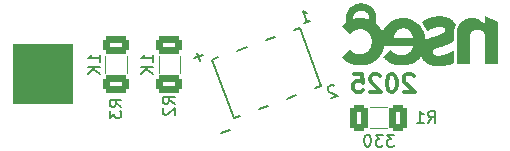
<source format=gbr>
%TF.GenerationSoftware,KiCad,Pcbnew,8.0.8*%
%TF.CreationDate,2025-05-05T01:26:33-03:00*%
%TF.ProjectId,Sao_Bandaid,53616f5f-4261-46e6-9461-69642e6b6963,rev?*%
%TF.SameCoordinates,Original*%
%TF.FileFunction,Legend,Bot*%
%TF.FilePolarity,Positive*%
%FSLAX46Y46*%
G04 Gerber Fmt 4.6, Leading zero omitted, Abs format (unit mm)*
G04 Created by KiCad (PCBNEW 8.0.8) date 2025-05-05 01:26:33*
%MOMM*%
%LPD*%
G01*
G04 APERTURE LIST*
G04 Aperture macros list*
%AMRoundRect*
0 Rectangle with rounded corners*
0 $1 Rounding radius*
0 $2 $3 $4 $5 $6 $7 $8 $9 X,Y pos of 4 corners*
0 Add a 4 corners polygon primitive as box body*
4,1,4,$2,$3,$4,$5,$6,$7,$8,$9,$2,$3,0*
0 Add four circle primitives for the rounded corners*
1,1,$1+$1,$2,$3*
1,1,$1+$1,$4,$5*
1,1,$1+$1,$6,$7*
1,1,$1+$1,$8,$9*
0 Add four rect primitives between the rounded corners*
20,1,$1+$1,$2,$3,$4,$5,0*
20,1,$1+$1,$4,$5,$6,$7,0*
20,1,$1+$1,$6,$7,$8,$9,0*
20,1,$1+$1,$8,$9,$2,$3,0*%
%AMRotRect*
0 Rectangle, with rotation*
0 The origin of the aperture is its center*
0 $1 length*
0 $2 width*
0 $3 Rotation angle, in degrees counterclockwise*
0 Add horizontal line*
21,1,$1,$2,0,0,$3*%
G04 Aperture macros list end*
%ADD10C,0.100000*%
%ADD11C,0.300000*%
%ADD12C,0.150000*%
%ADD13C,0.000000*%
%ADD14C,0.152400*%
%ADD15C,0.120000*%
%ADD16RotRect,1.041400X3.200400X200.000000*%
%ADD17RoundRect,0.288462X-0.461538X-0.811538X0.461538X-0.811538X0.461538X0.811538X-0.461538X0.811538X0*%
%ADD18RoundRect,0.288462X0.811538X-0.461538X0.811538X0.461538X-0.811538X0.461538X-0.811538X-0.461538X0*%
G04 APERTURE END LIST*
D10*
X127500000Y-93500000D02*
X132500000Y-93500000D01*
X132500000Y-98500000D01*
X127500000Y-98500000D01*
X127500000Y-93500000D01*
G36*
X127500000Y-93500000D02*
G01*
X132500000Y-93500000D01*
X132500000Y-98500000D01*
X127500000Y-98500000D01*
X127500000Y-93500000D01*
G37*
D11*
X161452026Y-96228274D02*
X161380598Y-96156846D01*
X161380598Y-96156846D02*
X161237741Y-96085417D01*
X161237741Y-96085417D02*
X160880598Y-96085417D01*
X160880598Y-96085417D02*
X160737741Y-96156846D01*
X160737741Y-96156846D02*
X160666312Y-96228274D01*
X160666312Y-96228274D02*
X160594883Y-96371131D01*
X160594883Y-96371131D02*
X160594883Y-96513989D01*
X160594883Y-96513989D02*
X160666312Y-96728274D01*
X160666312Y-96728274D02*
X161523455Y-97585417D01*
X161523455Y-97585417D02*
X160594883Y-97585417D01*
X159666312Y-96085417D02*
X159523455Y-96085417D01*
X159523455Y-96085417D02*
X159380598Y-96156846D01*
X159380598Y-96156846D02*
X159309170Y-96228274D01*
X159309170Y-96228274D02*
X159237741Y-96371131D01*
X159237741Y-96371131D02*
X159166312Y-96656846D01*
X159166312Y-96656846D02*
X159166312Y-97013989D01*
X159166312Y-97013989D02*
X159237741Y-97299703D01*
X159237741Y-97299703D02*
X159309170Y-97442560D01*
X159309170Y-97442560D02*
X159380598Y-97513989D01*
X159380598Y-97513989D02*
X159523455Y-97585417D01*
X159523455Y-97585417D02*
X159666312Y-97585417D01*
X159666312Y-97585417D02*
X159809170Y-97513989D01*
X159809170Y-97513989D02*
X159880598Y-97442560D01*
X159880598Y-97442560D02*
X159952027Y-97299703D01*
X159952027Y-97299703D02*
X160023455Y-97013989D01*
X160023455Y-97013989D02*
X160023455Y-96656846D01*
X160023455Y-96656846D02*
X159952027Y-96371131D01*
X159952027Y-96371131D02*
X159880598Y-96228274D01*
X159880598Y-96228274D02*
X159809170Y-96156846D01*
X159809170Y-96156846D02*
X159666312Y-96085417D01*
X158594884Y-96228274D02*
X158523456Y-96156846D01*
X158523456Y-96156846D02*
X158380599Y-96085417D01*
X158380599Y-96085417D02*
X158023456Y-96085417D01*
X158023456Y-96085417D02*
X157880599Y-96156846D01*
X157880599Y-96156846D02*
X157809170Y-96228274D01*
X157809170Y-96228274D02*
X157737741Y-96371131D01*
X157737741Y-96371131D02*
X157737741Y-96513989D01*
X157737741Y-96513989D02*
X157809170Y-96728274D01*
X157809170Y-96728274D02*
X158666313Y-97585417D01*
X158666313Y-97585417D02*
X157737741Y-97585417D01*
X156380599Y-96085417D02*
X157094885Y-96085417D01*
X157094885Y-96085417D02*
X157166313Y-96799703D01*
X157166313Y-96799703D02*
X157094885Y-96728274D01*
X157094885Y-96728274D02*
X156952028Y-96656846D01*
X156952028Y-96656846D02*
X156594885Y-96656846D01*
X156594885Y-96656846D02*
X156452028Y-96728274D01*
X156452028Y-96728274D02*
X156380599Y-96799703D01*
X156380599Y-96799703D02*
X156309170Y-96942560D01*
X156309170Y-96942560D02*
X156309170Y-97299703D01*
X156309170Y-97299703D02*
X156380599Y-97442560D01*
X156380599Y-97442560D02*
X156452028Y-97513989D01*
X156452028Y-97513989D02*
X156594885Y-97585417D01*
X156594885Y-97585417D02*
X156952028Y-97585417D01*
X156952028Y-97585417D02*
X157094885Y-97513989D01*
X157094885Y-97513989D02*
X157166313Y-97442560D01*
D12*
X154675773Y-97064536D02*
X154614740Y-97036075D01*
X154614740Y-97036075D02*
X154508958Y-97023901D01*
X154508958Y-97023901D02*
X154285222Y-97105335D01*
X154285222Y-97105335D02*
X154212014Y-97182655D01*
X154212014Y-97182655D02*
X154183554Y-97243689D01*
X154183554Y-97243689D02*
X154171380Y-97349471D01*
X154171380Y-97349471D02*
X154203953Y-97438965D01*
X154203953Y-97438965D02*
X154297560Y-97556920D01*
X154297560Y-97556920D02*
X155029968Y-97898447D01*
X155029968Y-97898447D02*
X154448253Y-98110174D01*
X145883100Y-100822234D02*
X145167143Y-101082820D01*
X152139617Y-91767249D02*
X152676584Y-91571809D01*
X152408101Y-91669529D02*
X152066081Y-90729836D01*
X152066081Y-90729836D02*
X152204435Y-90831505D01*
X152204435Y-90831505D02*
X152326503Y-90888426D01*
X152326503Y-90888426D02*
X152432284Y-90900600D01*
X143574464Y-94479309D02*
X142858507Y-94739895D01*
X143346779Y-94967580D02*
X143086192Y-94251624D01*
X162666666Y-100204819D02*
X162999999Y-99728628D01*
X163238094Y-100204819D02*
X163238094Y-99204819D01*
X163238094Y-99204819D02*
X162857142Y-99204819D01*
X162857142Y-99204819D02*
X162761904Y-99252438D01*
X162761904Y-99252438D02*
X162714285Y-99300057D01*
X162714285Y-99300057D02*
X162666666Y-99395295D01*
X162666666Y-99395295D02*
X162666666Y-99538152D01*
X162666666Y-99538152D02*
X162714285Y-99633390D01*
X162714285Y-99633390D02*
X162761904Y-99681009D01*
X162761904Y-99681009D02*
X162857142Y-99728628D01*
X162857142Y-99728628D02*
X163238094Y-99728628D01*
X161714285Y-100204819D02*
X162285713Y-100204819D01*
X161999999Y-100204819D02*
X161999999Y-99204819D01*
X161999999Y-99204819D02*
X162095237Y-99347676D01*
X162095237Y-99347676D02*
X162190475Y-99442914D01*
X162190475Y-99442914D02*
X162285713Y-99490533D01*
X159785713Y-101204819D02*
X159166666Y-101204819D01*
X159166666Y-101204819D02*
X159499999Y-101585771D01*
X159499999Y-101585771D02*
X159357142Y-101585771D01*
X159357142Y-101585771D02*
X159261904Y-101633390D01*
X159261904Y-101633390D02*
X159214285Y-101681009D01*
X159214285Y-101681009D02*
X159166666Y-101776247D01*
X159166666Y-101776247D02*
X159166666Y-102014342D01*
X159166666Y-102014342D02*
X159214285Y-102109580D01*
X159214285Y-102109580D02*
X159261904Y-102157200D01*
X159261904Y-102157200D02*
X159357142Y-102204819D01*
X159357142Y-102204819D02*
X159642856Y-102204819D01*
X159642856Y-102204819D02*
X159738094Y-102157200D01*
X159738094Y-102157200D02*
X159785713Y-102109580D01*
X158833332Y-101204819D02*
X158214285Y-101204819D01*
X158214285Y-101204819D02*
X158547618Y-101585771D01*
X158547618Y-101585771D02*
X158404761Y-101585771D01*
X158404761Y-101585771D02*
X158309523Y-101633390D01*
X158309523Y-101633390D02*
X158261904Y-101681009D01*
X158261904Y-101681009D02*
X158214285Y-101776247D01*
X158214285Y-101776247D02*
X158214285Y-102014342D01*
X158214285Y-102014342D02*
X158261904Y-102109580D01*
X158261904Y-102109580D02*
X158309523Y-102157200D01*
X158309523Y-102157200D02*
X158404761Y-102204819D01*
X158404761Y-102204819D02*
X158690475Y-102204819D01*
X158690475Y-102204819D02*
X158785713Y-102157200D01*
X158785713Y-102157200D02*
X158833332Y-102109580D01*
X157595237Y-101204819D02*
X157499999Y-101204819D01*
X157499999Y-101204819D02*
X157404761Y-101252438D01*
X157404761Y-101252438D02*
X157357142Y-101300057D01*
X157357142Y-101300057D02*
X157309523Y-101395295D01*
X157309523Y-101395295D02*
X157261904Y-101585771D01*
X157261904Y-101585771D02*
X157261904Y-101823866D01*
X157261904Y-101823866D02*
X157309523Y-102014342D01*
X157309523Y-102014342D02*
X157357142Y-102109580D01*
X157357142Y-102109580D02*
X157404761Y-102157200D01*
X157404761Y-102157200D02*
X157499999Y-102204819D01*
X157499999Y-102204819D02*
X157595237Y-102204819D01*
X157595237Y-102204819D02*
X157690475Y-102157200D01*
X157690475Y-102157200D02*
X157738094Y-102109580D01*
X157738094Y-102109580D02*
X157785713Y-102014342D01*
X157785713Y-102014342D02*
X157833332Y-101823866D01*
X157833332Y-101823866D02*
X157833332Y-101585771D01*
X157833332Y-101585771D02*
X157785713Y-101395295D01*
X157785713Y-101395295D02*
X157738094Y-101300057D01*
X157738094Y-101300057D02*
X157690475Y-101252438D01*
X157690475Y-101252438D02*
X157595237Y-101204819D01*
X141204819Y-98583333D02*
X140728628Y-98250000D01*
X141204819Y-98011905D02*
X140204819Y-98011905D01*
X140204819Y-98011905D02*
X140204819Y-98392857D01*
X140204819Y-98392857D02*
X140252438Y-98488095D01*
X140252438Y-98488095D02*
X140300057Y-98535714D01*
X140300057Y-98535714D02*
X140395295Y-98583333D01*
X140395295Y-98583333D02*
X140538152Y-98583333D01*
X140538152Y-98583333D02*
X140633390Y-98535714D01*
X140633390Y-98535714D02*
X140681009Y-98488095D01*
X140681009Y-98488095D02*
X140728628Y-98392857D01*
X140728628Y-98392857D02*
X140728628Y-98011905D01*
X140300057Y-98964286D02*
X140252438Y-99011905D01*
X140252438Y-99011905D02*
X140204819Y-99107143D01*
X140204819Y-99107143D02*
X140204819Y-99345238D01*
X140204819Y-99345238D02*
X140252438Y-99440476D01*
X140252438Y-99440476D02*
X140300057Y-99488095D01*
X140300057Y-99488095D02*
X140395295Y-99535714D01*
X140395295Y-99535714D02*
X140490533Y-99535714D01*
X140490533Y-99535714D02*
X140633390Y-99488095D01*
X140633390Y-99488095D02*
X141204819Y-98916667D01*
X141204819Y-98916667D02*
X141204819Y-99535714D01*
X139384819Y-95035714D02*
X139384819Y-94464286D01*
X139384819Y-94750000D02*
X138384819Y-94750000D01*
X138384819Y-94750000D02*
X138527676Y-94654762D01*
X138527676Y-94654762D02*
X138622914Y-94559524D01*
X138622914Y-94559524D02*
X138670533Y-94464286D01*
X139384819Y-95464286D02*
X138384819Y-95464286D01*
X139384819Y-96035714D02*
X138813390Y-95607143D01*
X138384819Y-96035714D02*
X138956247Y-95464286D01*
X136704819Y-98833333D02*
X136228628Y-98500000D01*
X136704819Y-98261905D02*
X135704819Y-98261905D01*
X135704819Y-98261905D02*
X135704819Y-98642857D01*
X135704819Y-98642857D02*
X135752438Y-98738095D01*
X135752438Y-98738095D02*
X135800057Y-98785714D01*
X135800057Y-98785714D02*
X135895295Y-98833333D01*
X135895295Y-98833333D02*
X136038152Y-98833333D01*
X136038152Y-98833333D02*
X136133390Y-98785714D01*
X136133390Y-98785714D02*
X136181009Y-98738095D01*
X136181009Y-98738095D02*
X136228628Y-98642857D01*
X136228628Y-98642857D02*
X136228628Y-98261905D01*
X135704819Y-99166667D02*
X135704819Y-99785714D01*
X135704819Y-99785714D02*
X136085771Y-99452381D01*
X136085771Y-99452381D02*
X136085771Y-99595238D01*
X136085771Y-99595238D02*
X136133390Y-99690476D01*
X136133390Y-99690476D02*
X136181009Y-99738095D01*
X136181009Y-99738095D02*
X136276247Y-99785714D01*
X136276247Y-99785714D02*
X136514342Y-99785714D01*
X136514342Y-99785714D02*
X136609580Y-99738095D01*
X136609580Y-99738095D02*
X136657200Y-99690476D01*
X136657200Y-99690476D02*
X136704819Y-99595238D01*
X136704819Y-99595238D02*
X136704819Y-99309524D01*
X136704819Y-99309524D02*
X136657200Y-99214286D01*
X136657200Y-99214286D02*
X136609580Y-99166667D01*
X134884819Y-95035714D02*
X134884819Y-94464286D01*
X134884819Y-94750000D02*
X133884819Y-94750000D01*
X133884819Y-94750000D02*
X134027676Y-94654762D01*
X134027676Y-94654762D02*
X134122914Y-94559524D01*
X134122914Y-94559524D02*
X134170533Y-94464286D01*
X134884819Y-95464286D02*
X133884819Y-95464286D01*
X134884819Y-96035714D02*
X134313390Y-95607143D01*
X133884819Y-96035714D02*
X134456247Y-95464286D01*
D13*
%TO.C,REF\u002A\u002A*%
G36*
X167519415Y-91141623D02*
G01*
X167519754Y-91141657D01*
X167520108Y-91141714D01*
X167520475Y-91141794D01*
X167520857Y-91141898D01*
X167521253Y-91142025D01*
X167521663Y-91142175D01*
X167522086Y-91142349D01*
X167522524Y-91142546D01*
X167522976Y-91142766D01*
X168609884Y-91686220D01*
X168610296Y-91686450D01*
X168610689Y-91686706D01*
X168611062Y-91686988D01*
X168611412Y-91687294D01*
X168611741Y-91687622D01*
X168612045Y-91687971D01*
X168612325Y-91688340D01*
X168612580Y-91688727D01*
X168612809Y-91689131D01*
X168613010Y-91689550D01*
X168613183Y-91689983D01*
X168613326Y-91690428D01*
X168613440Y-91690885D01*
X168613522Y-91691351D01*
X168613572Y-91691825D01*
X168613589Y-91692306D01*
X168613589Y-95254788D01*
X168613585Y-95254958D01*
X168613572Y-95255126D01*
X168613551Y-95255291D01*
X168613523Y-95255454D01*
X168613486Y-95255614D01*
X168613442Y-95255771D01*
X168613391Y-95255925D01*
X168613333Y-95256075D01*
X168613267Y-95256221D01*
X168613195Y-95256364D01*
X168613116Y-95256502D01*
X168613031Y-95256636D01*
X168612940Y-95256766D01*
X168612842Y-95256891D01*
X168612739Y-95257011D01*
X168612630Y-95257126D01*
X168612516Y-95257236D01*
X168612396Y-95257340D01*
X168612272Y-95257438D01*
X168612142Y-95257530D01*
X168612008Y-95257616D01*
X168611870Y-95257696D01*
X168611727Y-95257769D01*
X168611580Y-95257835D01*
X168611430Y-95257894D01*
X168611275Y-95257946D01*
X168611117Y-95257991D01*
X168610956Y-95258028D01*
X168610792Y-95258057D01*
X168610625Y-95258078D01*
X168610455Y-95258091D01*
X168610282Y-95258095D01*
X167522845Y-95258095D01*
X167522417Y-95258088D01*
X167522003Y-95258068D01*
X167521602Y-95258035D01*
X167521214Y-95257988D01*
X167520839Y-95257927D01*
X167520478Y-95257854D01*
X167520130Y-95257766D01*
X167519795Y-95257666D01*
X167519474Y-95257552D01*
X167519166Y-95257424D01*
X167518872Y-95257283D01*
X167518591Y-95257129D01*
X167518324Y-95256961D01*
X167518070Y-95256780D01*
X167517829Y-95256585D01*
X167517602Y-95256377D01*
X167517389Y-95256155D01*
X167517189Y-95255920D01*
X167517003Y-95255672D01*
X167516831Y-95255410D01*
X167516672Y-95255134D01*
X167516527Y-95254845D01*
X167516395Y-95254543D01*
X167516278Y-95254227D01*
X167516174Y-95253898D01*
X167516084Y-95253555D01*
X167516007Y-95253199D01*
X167515945Y-95252829D01*
X167515896Y-95252446D01*
X167515861Y-95252049D01*
X167515840Y-95251639D01*
X167515833Y-95251216D01*
X167516494Y-93097904D01*
X167514881Y-93030523D01*
X167509689Y-92963879D01*
X167500764Y-92898366D01*
X167487951Y-92834382D01*
X167480038Y-92803086D01*
X167471094Y-92772320D01*
X167461100Y-92742134D01*
X167450038Y-92712577D01*
X167437887Y-92683698D01*
X167424628Y-92655548D01*
X167410241Y-92628175D01*
X167394708Y-92601629D01*
X167378009Y-92575959D01*
X167360125Y-92551215D01*
X167341035Y-92527446D01*
X167320722Y-92504702D01*
X167299164Y-92483032D01*
X167276344Y-92462485D01*
X167252241Y-92443111D01*
X167226836Y-92424960D01*
X167200110Y-92408080D01*
X167172043Y-92392522D01*
X167142616Y-92378334D01*
X167111810Y-92365567D01*
X167079605Y-92354269D01*
X167045982Y-92344490D01*
X167010921Y-92336280D01*
X166974403Y-92329687D01*
X166942466Y-92325274D01*
X166910890Y-92321956D01*
X166879675Y-92319733D01*
X166848820Y-92318606D01*
X166818326Y-92318575D01*
X166788191Y-92319639D01*
X166758417Y-92321800D01*
X166729002Y-92325057D01*
X166681102Y-92332708D01*
X166635365Y-92342925D01*
X166591792Y-92355710D01*
X166550381Y-92371062D01*
X166530487Y-92379701D01*
X166511134Y-92388981D01*
X166492322Y-92398904D01*
X166474050Y-92409468D01*
X166456320Y-92420674D01*
X166439130Y-92432521D01*
X166422481Y-92445011D01*
X166406372Y-92458142D01*
X166390805Y-92471915D01*
X166375778Y-92486330D01*
X166361293Y-92501387D01*
X166347348Y-92517085D01*
X166333944Y-92533426D01*
X166321080Y-92550408D01*
X166308758Y-92568032D01*
X166296976Y-92586298D01*
X166275035Y-92624756D01*
X166255258Y-92665781D01*
X166237643Y-92709373D01*
X166222192Y-92755533D01*
X166210870Y-92795023D01*
X166201054Y-92833988D01*
X166192743Y-92872429D01*
X166185938Y-92910345D01*
X166180638Y-92947736D01*
X166176844Y-92984603D01*
X166174556Y-93020945D01*
X166173773Y-93056762D01*
X166172849Y-95250819D01*
X166172841Y-95251267D01*
X166172820Y-95251701D01*
X166172784Y-95252120D01*
X166172734Y-95252526D01*
X166172670Y-95252917D01*
X166172592Y-95253293D01*
X166172499Y-95253656D01*
X166172393Y-95254004D01*
X166172271Y-95254338D01*
X166172136Y-95254658D01*
X166171987Y-95254964D01*
X166171823Y-95255255D01*
X166171645Y-95255532D01*
X166171453Y-95255795D01*
X166171247Y-95256043D01*
X166171026Y-95256278D01*
X166170791Y-95256498D01*
X166170542Y-95256704D01*
X166170279Y-95256896D01*
X166170002Y-95257073D01*
X166169711Y-95257236D01*
X166169405Y-95257385D01*
X166169085Y-95257520D01*
X166168752Y-95257641D01*
X166168404Y-95257747D01*
X166168041Y-95257840D01*
X166167665Y-95257918D01*
X166167275Y-95257982D01*
X166166870Y-95258031D01*
X166166451Y-95258067D01*
X166166019Y-95258088D01*
X166165572Y-95258095D01*
X165078664Y-95258095D01*
X165078451Y-95258092D01*
X165078245Y-95258081D01*
X165078046Y-95258064D01*
X165077853Y-95258039D01*
X165077666Y-95258008D01*
X165077486Y-95257969D01*
X165077313Y-95257924D01*
X165077146Y-95257872D01*
X165076985Y-95257812D01*
X165076831Y-95257746D01*
X165076684Y-95257673D01*
X165076543Y-95257593D01*
X165076409Y-95257505D01*
X165076281Y-95257411D01*
X165076159Y-95257310D01*
X165076045Y-95257202D01*
X165075936Y-95257087D01*
X165075834Y-95256965D01*
X165075739Y-95256836D01*
X165075650Y-95256700D01*
X165075568Y-95256557D01*
X165075492Y-95256407D01*
X165075423Y-95256250D01*
X165075360Y-95256086D01*
X165075304Y-95255915D01*
X165075254Y-95255737D01*
X165075210Y-95255552D01*
X165075174Y-95255360D01*
X165075143Y-95255161D01*
X165075120Y-95254955D01*
X165075092Y-95254523D01*
X165075489Y-92717963D01*
X165076581Y-92658283D01*
X165079728Y-92598305D01*
X165084930Y-92538030D01*
X165092187Y-92477457D01*
X165101500Y-92416586D01*
X165112867Y-92355418D01*
X165126289Y-92293952D01*
X165141767Y-92232188D01*
X165151128Y-92198625D01*
X165161094Y-92165803D01*
X165171665Y-92133721D01*
X165182840Y-92102378D01*
X165194619Y-92071776D01*
X165207002Y-92041913D01*
X165219988Y-92012790D01*
X165233578Y-91984406D01*
X165269838Y-91916106D01*
X165309066Y-91851502D01*
X165351263Y-91790594D01*
X165396428Y-91733382D01*
X165444561Y-91679866D01*
X165495662Y-91630046D01*
X165549732Y-91583922D01*
X165606770Y-91541493D01*
X165666777Y-91502761D01*
X165729752Y-91467724D01*
X165795695Y-91436383D01*
X165864606Y-91408738D01*
X165936487Y-91384790D01*
X166011335Y-91364536D01*
X166089152Y-91347979D01*
X166169937Y-91335118D01*
X166239108Y-91327309D01*
X166307821Y-91322469D01*
X166376010Y-91320643D01*
X166443612Y-91321879D01*
X166510560Y-91326224D01*
X166576792Y-91333725D01*
X166642241Y-91344430D01*
X166706843Y-91358385D01*
X166770534Y-91375637D01*
X166833248Y-91396235D01*
X166894922Y-91420223D01*
X166955490Y-91447651D01*
X167014887Y-91478564D01*
X167073049Y-91513010D01*
X167129911Y-91551037D01*
X167185409Y-91592690D01*
X167228580Y-91628136D01*
X167270808Y-91665219D01*
X167312091Y-91703939D01*
X167352424Y-91744296D01*
X167391805Y-91786291D01*
X167430228Y-91829922D01*
X167467691Y-91875191D01*
X167504191Y-91922096D01*
X167505583Y-91923848D01*
X167506883Y-91925335D01*
X167507498Y-91925979D01*
X167508090Y-91926556D01*
X167508660Y-91927067D01*
X167509206Y-91927511D01*
X167509729Y-91927889D01*
X167510230Y-91928201D01*
X167510708Y-91928446D01*
X167511163Y-91928625D01*
X167511595Y-91928737D01*
X167512005Y-91928783D01*
X167512392Y-91928763D01*
X167512757Y-91928676D01*
X167513099Y-91928523D01*
X167513419Y-91928303D01*
X167513716Y-91928017D01*
X167513991Y-91927665D01*
X167514244Y-91927246D01*
X167514475Y-91926761D01*
X167514683Y-91926210D01*
X167514869Y-91925592D01*
X167515033Y-91924908D01*
X167515175Y-91924157D01*
X167515296Y-91923340D01*
X167515394Y-91922457D01*
X167515524Y-91920491D01*
X167515568Y-91918260D01*
X167515568Y-91147264D01*
X167515575Y-91146763D01*
X167515597Y-91146286D01*
X167515634Y-91145832D01*
X167515685Y-91145401D01*
X167515751Y-91144993D01*
X167515832Y-91144608D01*
X167515927Y-91144247D01*
X167516037Y-91143908D01*
X167516162Y-91143593D01*
X167516300Y-91143301D01*
X167516454Y-91143033D01*
X167516622Y-91142788D01*
X167516804Y-91142565D01*
X167517000Y-91142367D01*
X167517211Y-91142191D01*
X167517437Y-91142038D01*
X167517677Y-91141909D01*
X167517931Y-91141803D01*
X167518199Y-91141721D01*
X167518482Y-91141662D01*
X167518778Y-91141625D01*
X167519089Y-91141613D01*
X167519415Y-91141623D01*
G37*
G36*
X157035109Y-90084589D02*
G01*
X157092160Y-90087167D01*
X157149895Y-90091841D01*
X157239207Y-90102992D01*
X157326026Y-90118667D01*
X157410212Y-90138919D01*
X157491623Y-90163797D01*
X157570121Y-90193354D01*
X157608233Y-90209903D01*
X157645565Y-90227640D01*
X157682098Y-90246572D01*
X157717815Y-90266705D01*
X157752698Y-90288047D01*
X157786731Y-90310602D01*
X157819895Y-90334378D01*
X157852172Y-90359380D01*
X157883547Y-90385616D01*
X157914000Y-90413091D01*
X157943514Y-90441813D01*
X157972073Y-90471787D01*
X157999657Y-90503019D01*
X158026251Y-90535516D01*
X158051836Y-90569285D01*
X158076395Y-90604332D01*
X158099910Y-90640663D01*
X158122364Y-90678284D01*
X158143739Y-90717202D01*
X158164018Y-90757424D01*
X158183183Y-90798955D01*
X158201217Y-90841802D01*
X158210656Y-90866657D01*
X158219198Y-90892007D01*
X158226843Y-90917854D01*
X158233592Y-90944196D01*
X158239444Y-90971035D01*
X158244400Y-90998370D01*
X158248458Y-91026201D01*
X158251620Y-91054528D01*
X158253751Y-91078971D01*
X158255519Y-91102889D01*
X158256925Y-91126282D01*
X158257967Y-91149151D01*
X158258646Y-91171494D01*
X158258961Y-91193312D01*
X158258912Y-91214604D01*
X158258499Y-91235370D01*
X158250099Y-91473677D01*
X158248603Y-91534389D01*
X158247858Y-91595032D01*
X158248118Y-91655343D01*
X158249636Y-91715060D01*
X158249939Y-91721898D01*
X158250320Y-91728719D01*
X158250781Y-91735525D01*
X158251321Y-91742313D01*
X158251939Y-91749085D01*
X158252636Y-91755841D01*
X158253412Y-91762579D01*
X158254266Y-91769299D01*
X158254397Y-91770133D01*
X158254561Y-91770949D01*
X158254759Y-91771746D01*
X158254990Y-91772524D01*
X158255254Y-91773284D01*
X158255552Y-91774025D01*
X158255883Y-91774747D01*
X158256247Y-91775451D01*
X158256645Y-91776136D01*
X158257075Y-91776803D01*
X158257539Y-91777451D01*
X158258035Y-91778080D01*
X158258565Y-91778691D01*
X158259128Y-91779283D01*
X158259723Y-91779857D01*
X158260352Y-91780412D01*
X158305401Y-91819415D01*
X158349040Y-91859429D01*
X158391269Y-91900455D01*
X158432087Y-91942493D01*
X158471494Y-91985543D01*
X158509491Y-92029605D01*
X158546077Y-92074678D01*
X158581253Y-92120764D01*
X158615018Y-92167861D01*
X158647373Y-92215970D01*
X158678316Y-92265091D01*
X158707850Y-92315224D01*
X158735972Y-92366369D01*
X158762684Y-92418526D01*
X158787985Y-92471694D01*
X158811876Y-92525875D01*
X158812180Y-92526564D01*
X158812483Y-92527207D01*
X158812784Y-92527805D01*
X158813084Y-92528359D01*
X158813382Y-92528867D01*
X158813679Y-92529331D01*
X158813975Y-92529750D01*
X158814269Y-92530124D01*
X158814561Y-92530453D01*
X158814852Y-92530737D01*
X158815142Y-92530976D01*
X158815430Y-92531170D01*
X158815716Y-92531320D01*
X158816001Y-92531424D01*
X158816285Y-92531483D01*
X158816567Y-92531498D01*
X158816847Y-92531467D01*
X158817126Y-92531392D01*
X158817404Y-92531271D01*
X158817680Y-92531106D01*
X158817954Y-92530895D01*
X158818227Y-92530640D01*
X158818498Y-92530340D01*
X158818768Y-92529994D01*
X158819036Y-92529604D01*
X158819303Y-92529168D01*
X158819568Y-92528688D01*
X158819832Y-92528163D01*
X158820094Y-92527592D01*
X158820355Y-92526977D01*
X158820614Y-92526316D01*
X158820871Y-92525611D01*
X158834081Y-92489284D01*
X158847957Y-92453195D01*
X158862496Y-92417368D01*
X158877691Y-92381828D01*
X158893537Y-92346599D01*
X158910029Y-92311705D01*
X158927161Y-92277171D01*
X158944928Y-92243019D01*
X158963324Y-92209276D01*
X158982344Y-92175964D01*
X159001983Y-92143109D01*
X159022236Y-92110734D01*
X159043095Y-92078864D01*
X159064558Y-92047522D01*
X159086617Y-92016734D01*
X159109267Y-91986523D01*
X159181595Y-91898402D01*
X159258092Y-91816940D01*
X159338547Y-91742041D01*
X159422749Y-91673615D01*
X159510485Y-91611569D01*
X159601544Y-91555809D01*
X159695714Y-91506244D01*
X159792785Y-91462780D01*
X159892544Y-91425325D01*
X159994779Y-91393786D01*
X160099279Y-91368071D01*
X160205833Y-91348087D01*
X160314228Y-91333741D01*
X160424253Y-91324941D01*
X160535697Y-91321595D01*
X160648348Y-91323609D01*
X160749759Y-91330481D01*
X160850069Y-91342661D01*
X160949084Y-91360073D01*
X161046612Y-91382640D01*
X161142459Y-91410283D01*
X161236433Y-91442927D01*
X161328340Y-91480494D01*
X161417988Y-91522906D01*
X161505183Y-91570087D01*
X161589732Y-91621960D01*
X161671443Y-91678447D01*
X161750122Y-91739472D01*
X161825577Y-91804956D01*
X161897614Y-91874824D01*
X161966041Y-91948998D01*
X162030663Y-92027400D01*
X162073799Y-92084827D01*
X162114702Y-92143401D01*
X162153372Y-92203124D01*
X162189810Y-92263995D01*
X162224016Y-92326014D01*
X162255989Y-92389182D01*
X162285730Y-92453498D01*
X162313239Y-92518962D01*
X162338515Y-92585574D01*
X162361558Y-92653334D01*
X162382369Y-92722243D01*
X162400948Y-92792301D01*
X162417294Y-92863506D01*
X162431408Y-92935861D01*
X162443290Y-93009363D01*
X162452939Y-93084014D01*
X162456101Y-93114201D01*
X162458721Y-93144835D01*
X162460798Y-93175915D01*
X162462331Y-93207442D01*
X162462364Y-93208071D01*
X162462413Y-93208668D01*
X162462477Y-93209234D01*
X162462557Y-93209767D01*
X162462652Y-93210269D01*
X162462764Y-93210740D01*
X162462891Y-93211178D01*
X162463034Y-93211584D01*
X162463192Y-93211959D01*
X162463367Y-93212302D01*
X162463557Y-93212613D01*
X162463763Y-93212893D01*
X162463985Y-93213141D01*
X162464222Y-93213356D01*
X162464475Y-93213541D01*
X162464744Y-93213693D01*
X162465029Y-93213813D01*
X162465330Y-93213902D01*
X162465646Y-93213959D01*
X162465978Y-93213984D01*
X162466326Y-93213978D01*
X162466690Y-93213939D01*
X162467069Y-93213869D01*
X162467464Y-93213767D01*
X162467875Y-93213634D01*
X162468302Y-93213468D01*
X162468745Y-93213271D01*
X162469203Y-93213042D01*
X162469678Y-93212781D01*
X162470168Y-93212488D01*
X162470674Y-93212164D01*
X162471195Y-93211808D01*
X162508024Y-93186379D01*
X162545560Y-93161817D01*
X162583766Y-93138097D01*
X162622605Y-93115194D01*
X162662040Y-93093081D01*
X162702034Y-93071733D01*
X162783552Y-93031230D01*
X162866862Y-92993480D01*
X162951668Y-92958279D01*
X163037674Y-92925422D01*
X163124583Y-92894705D01*
X163370644Y-92810501D01*
X163606654Y-92729075D01*
X163646839Y-92714777D01*
X163686101Y-92699990D01*
X163724442Y-92684714D01*
X163761862Y-92668950D01*
X163798360Y-92652699D01*
X163833937Y-92635959D01*
X163868592Y-92618732D01*
X163902326Y-92601017D01*
X163923481Y-92589140D01*
X163944128Y-92576555D01*
X163964107Y-92563226D01*
X163983260Y-92549117D01*
X164001428Y-92534193D01*
X164018454Y-92518417D01*
X164034178Y-92501755D01*
X164048442Y-92484170D01*
X164054977Y-92475021D01*
X164061088Y-92465628D01*
X164066754Y-92455986D01*
X164071956Y-92446091D01*
X164076675Y-92435939D01*
X164080890Y-92425525D01*
X164084581Y-92414845D01*
X164087729Y-92403894D01*
X164090313Y-92392668D01*
X164092315Y-92381163D01*
X164093714Y-92369373D01*
X164094490Y-92357295D01*
X164094624Y-92344923D01*
X164094096Y-92332255D01*
X164092886Y-92319284D01*
X164090974Y-92306007D01*
X164088442Y-92293074D01*
X164085298Y-92280542D01*
X164081564Y-92268406D01*
X164077258Y-92256664D01*
X164072400Y-92245312D01*
X164067010Y-92234347D01*
X164061109Y-92223765D01*
X164054716Y-92213562D01*
X164047850Y-92203735D01*
X164040532Y-92194281D01*
X164032781Y-92185196D01*
X164024617Y-92176477D01*
X164007132Y-92160123D01*
X163988233Y-92145190D01*
X163968080Y-92131650D01*
X163946832Y-92119477D01*
X163924646Y-92108641D01*
X163901683Y-92099117D01*
X163878101Y-92090875D01*
X163854057Y-92083889D01*
X163829712Y-92078130D01*
X163805224Y-92073570D01*
X163766483Y-92068284D01*
X163727305Y-92064819D01*
X163687762Y-92063084D01*
X163647929Y-92062991D01*
X163607879Y-92064450D01*
X163567685Y-92067370D01*
X163527421Y-92071664D01*
X163487161Y-92077241D01*
X163446979Y-92084012D01*
X163406948Y-92091887D01*
X163367142Y-92100776D01*
X163327634Y-92110591D01*
X163249809Y-92132638D01*
X163174060Y-92157311D01*
X163096333Y-92185379D01*
X163018996Y-92215609D01*
X162942048Y-92248002D01*
X162865488Y-92282556D01*
X162789318Y-92319273D01*
X162713536Y-92358153D01*
X162638142Y-92399195D01*
X162563137Y-92442399D01*
X162562603Y-92442700D01*
X162562075Y-92442973D01*
X162561555Y-92443220D01*
X162561043Y-92443440D01*
X162560537Y-92443633D01*
X162560039Y-92443799D01*
X162559548Y-92443939D01*
X162559065Y-92444051D01*
X162558588Y-92444137D01*
X162558119Y-92444196D01*
X162557658Y-92444228D01*
X162557203Y-92444233D01*
X162556756Y-92444211D01*
X162556316Y-92444163D01*
X162555884Y-92444087D01*
X162555458Y-92443985D01*
X162555040Y-92443856D01*
X162554630Y-92443700D01*
X162554226Y-92443517D01*
X162553830Y-92443308D01*
X162553441Y-92443071D01*
X162553060Y-92442808D01*
X162552685Y-92442518D01*
X162552318Y-92442200D01*
X162551959Y-92441856D01*
X162551606Y-92441486D01*
X162551261Y-92441088D01*
X162550923Y-92440663D01*
X162550592Y-92440211D01*
X162550269Y-92439733D01*
X162549953Y-92439228D01*
X162549645Y-92438695D01*
X162110568Y-91643490D01*
X162110409Y-91643181D01*
X162110266Y-91642868D01*
X162110140Y-91642552D01*
X162110030Y-91642232D01*
X162109936Y-91641909D01*
X162109857Y-91641584D01*
X162109795Y-91641258D01*
X162109748Y-91640930D01*
X162109716Y-91640602D01*
X162109700Y-91640274D01*
X162109699Y-91639946D01*
X162109713Y-91639619D01*
X162109743Y-91639294D01*
X162109786Y-91638971D01*
X162109845Y-91638650D01*
X162109918Y-91638332D01*
X162110006Y-91638018D01*
X162110107Y-91637708D01*
X162110223Y-91637403D01*
X162110353Y-91637103D01*
X162110496Y-91636808D01*
X162110654Y-91636520D01*
X162110825Y-91636239D01*
X162111009Y-91635965D01*
X162111206Y-91635699D01*
X162111417Y-91635441D01*
X162111641Y-91635191D01*
X162111877Y-91634952D01*
X162112127Y-91634722D01*
X162112388Y-91634503D01*
X162112663Y-91634294D01*
X162112949Y-91634097D01*
X162204298Y-91576434D01*
X162297955Y-91522079D01*
X162393758Y-91471133D01*
X162491545Y-91423700D01*
X162591153Y-91379880D01*
X162692418Y-91339776D01*
X162795180Y-91303489D01*
X162899274Y-91271122D01*
X163004539Y-91242776D01*
X163110812Y-91218554D01*
X163217930Y-91198557D01*
X163325731Y-91182888D01*
X163434052Y-91171647D01*
X163542730Y-91164938D01*
X163651604Y-91162861D01*
X163760510Y-91165520D01*
X163857030Y-91172453D01*
X163953271Y-91184318D01*
X164048801Y-91201188D01*
X164143184Y-91223133D01*
X164235987Y-91250226D01*
X164326777Y-91282536D01*
X164415120Y-91320137D01*
X164458238Y-91340943D01*
X164500582Y-91363098D01*
X164542097Y-91386611D01*
X164582730Y-91411491D01*
X164622425Y-91437747D01*
X164661129Y-91465388D01*
X164698788Y-91494423D01*
X164735347Y-91524860D01*
X164770751Y-91556709D01*
X164804948Y-91589978D01*
X164837883Y-91624677D01*
X164869501Y-91660813D01*
X164899748Y-91698397D01*
X164928570Y-91737438D01*
X164955913Y-91777943D01*
X164981723Y-91819922D01*
X165005945Y-91863384D01*
X165028526Y-91908338D01*
X165028849Y-91909065D01*
X165029127Y-91909792D01*
X165029358Y-91910519D01*
X165029542Y-91911247D01*
X165029680Y-91911975D01*
X165029771Y-91912703D01*
X165029816Y-91913430D01*
X165029815Y-91914159D01*
X165029767Y-91914887D01*
X165029672Y-91915615D01*
X165029531Y-91916342D01*
X165029343Y-91917070D01*
X165029109Y-91917798D01*
X165028829Y-91918525D01*
X165028502Y-91919252D01*
X165028128Y-91919979D01*
X165006045Y-91962233D01*
X164985335Y-92005264D01*
X164965993Y-92049009D01*
X164948017Y-92093410D01*
X164931402Y-92138404D01*
X164916144Y-92183931D01*
X164902240Y-92229930D01*
X164889685Y-92276340D01*
X164878476Y-92323101D01*
X164868608Y-92370151D01*
X164860079Y-92417430D01*
X164852883Y-92464876D01*
X164847018Y-92512430D01*
X164842478Y-92560030D01*
X164839262Y-92607615D01*
X164837363Y-92655124D01*
X164834169Y-92806480D01*
X164832662Y-92956283D01*
X164832845Y-93104533D01*
X164834718Y-93251231D01*
X164834722Y-93252427D01*
X164834671Y-93253601D01*
X164834563Y-93254751D01*
X164834401Y-93255879D01*
X164834182Y-93256984D01*
X164833907Y-93258066D01*
X164833577Y-93259125D01*
X164833192Y-93260162D01*
X164832750Y-93261176D01*
X164832253Y-93262167D01*
X164831700Y-93263135D01*
X164831092Y-93264080D01*
X164830428Y-93265003D01*
X164829709Y-93265903D01*
X164828933Y-93266780D01*
X164828103Y-93267635D01*
X164817172Y-93278403D01*
X164806010Y-93289009D01*
X164794616Y-93299454D01*
X164782990Y-93309736D01*
X164771133Y-93319858D01*
X164759045Y-93329819D01*
X164746727Y-93339619D01*
X164734177Y-93349259D01*
X164695291Y-93377683D01*
X164655564Y-93404890D01*
X164615047Y-93430922D01*
X164573789Y-93455822D01*
X164531844Y-93479631D01*
X164489261Y-93502391D01*
X164446092Y-93524145D01*
X164402389Y-93544935D01*
X164358202Y-93564802D01*
X164313582Y-93583788D01*
X164223249Y-93619289D01*
X164131801Y-93651772D01*
X164039645Y-93681575D01*
X163828269Y-93746066D01*
X163619354Y-93808046D01*
X163581663Y-93819360D01*
X163544332Y-93831146D01*
X163507362Y-93843404D01*
X163470753Y-93856134D01*
X163434503Y-93869335D01*
X163398614Y-93883007D01*
X163363085Y-93897150D01*
X163327915Y-93911763D01*
X163310870Y-93919208D01*
X163294086Y-93926968D01*
X163277593Y-93935055D01*
X163261423Y-93943484D01*
X163245605Y-93952268D01*
X163230173Y-93961420D01*
X163215156Y-93970955D01*
X163200585Y-93980885D01*
X163186492Y-93991225D01*
X163172907Y-94001987D01*
X163159862Y-94013186D01*
X163147387Y-94024835D01*
X163135514Y-94036947D01*
X163124273Y-94049537D01*
X163113696Y-94062617D01*
X163103813Y-94076202D01*
X163101292Y-94079944D01*
X163098890Y-94083665D01*
X163096604Y-94087364D01*
X163094437Y-94091042D01*
X163092388Y-94094698D01*
X163090456Y-94098333D01*
X163088642Y-94101946D01*
X163086946Y-94105537D01*
X163085368Y-94109107D01*
X163083908Y-94112655D01*
X163082565Y-94116181D01*
X163081341Y-94119685D01*
X163080234Y-94123168D01*
X163079245Y-94126628D01*
X163078373Y-94130067D01*
X163077620Y-94133483D01*
X163073989Y-94154303D01*
X163071558Y-94174473D01*
X163070294Y-94193998D01*
X163070165Y-94212883D01*
X163071138Y-94231132D01*
X163073180Y-94248749D01*
X163076259Y-94265740D01*
X163080342Y-94282109D01*
X163085397Y-94297861D01*
X163091390Y-94312999D01*
X163098289Y-94327530D01*
X163106062Y-94341457D01*
X163114676Y-94354785D01*
X163124099Y-94367518D01*
X163134297Y-94379662D01*
X163145238Y-94391221D01*
X163156889Y-94402199D01*
X163169218Y-94412601D01*
X163182193Y-94422431D01*
X163195780Y-94431695D01*
X163209946Y-94440397D01*
X163224660Y-94448541D01*
X163255600Y-94463175D01*
X163288337Y-94475634D01*
X163322611Y-94485954D01*
X163358160Y-94494174D01*
X163394724Y-94500328D01*
X163448822Y-94506524D01*
X163503765Y-94510297D01*
X163559550Y-94511649D01*
X163616179Y-94510578D01*
X163673652Y-94507085D01*
X163731968Y-94501169D01*
X163791127Y-94492832D01*
X163851130Y-94482072D01*
X163917120Y-94467849D01*
X163982433Y-94451475D01*
X164047070Y-94433030D01*
X164111031Y-94412592D01*
X164174315Y-94390240D01*
X164236922Y-94366054D01*
X164298852Y-94340111D01*
X164360105Y-94312491D01*
X164420681Y-94283272D01*
X164480578Y-94252535D01*
X164539798Y-94220356D01*
X164598340Y-94186816D01*
X164656203Y-94151993D01*
X164713388Y-94115966D01*
X164769894Y-94078813D01*
X164825722Y-94040615D01*
X164826193Y-94040298D01*
X164826649Y-94040010D01*
X164827091Y-94039750D01*
X164827518Y-94039518D01*
X164827929Y-94039315D01*
X164828326Y-94039140D01*
X164828708Y-94038994D01*
X164829075Y-94038876D01*
X164829427Y-94038787D01*
X164829764Y-94038726D01*
X164830086Y-94038693D01*
X164830394Y-94038689D01*
X164830686Y-94038714D01*
X164830964Y-94038767D01*
X164831226Y-94038848D01*
X164831473Y-94038958D01*
X164831706Y-94039096D01*
X164831924Y-94039263D01*
X164832126Y-94039458D01*
X164832314Y-94039682D01*
X164832486Y-94039934D01*
X164832644Y-94040214D01*
X164832787Y-94040523D01*
X164832915Y-94040860D01*
X164833027Y-94041226D01*
X164833125Y-94041621D01*
X164833208Y-94042043D01*
X164833275Y-94042494D01*
X164833328Y-94042974D01*
X164833365Y-94043482D01*
X164833388Y-94044018D01*
X164833395Y-94044583D01*
X164833395Y-95110325D01*
X164833362Y-95111463D01*
X164833321Y-95112017D01*
X164833263Y-95112561D01*
X164833188Y-95113094D01*
X164833097Y-95113618D01*
X164832989Y-95114131D01*
X164832865Y-95114634D01*
X164832724Y-95115127D01*
X164832567Y-95115610D01*
X164832393Y-95116083D01*
X164832202Y-95116546D01*
X164831995Y-95116998D01*
X164831772Y-95117441D01*
X164831532Y-95117873D01*
X164831275Y-95118296D01*
X164831002Y-95118708D01*
X164830712Y-95119110D01*
X164830406Y-95119503D01*
X164830084Y-95119885D01*
X164829745Y-95120257D01*
X164829389Y-95120619D01*
X164829017Y-95120971D01*
X164828629Y-95121312D01*
X164828224Y-95121644D01*
X164827802Y-95121966D01*
X164827364Y-95122278D01*
X164826910Y-95122580D01*
X164826439Y-95122871D01*
X164825952Y-95123153D01*
X164824928Y-95123686D01*
X164738773Y-95163238D01*
X164652322Y-95199875D01*
X164565577Y-95233596D01*
X164478535Y-95264401D01*
X164391199Y-95292291D01*
X164303567Y-95317265D01*
X164215640Y-95339324D01*
X164127417Y-95358468D01*
X164038899Y-95374696D01*
X163950085Y-95388008D01*
X163860976Y-95398405D01*
X163771571Y-95405887D01*
X163681871Y-95410453D01*
X163591874Y-95412104D01*
X163501582Y-95410839D01*
X163410995Y-95406658D01*
X163304299Y-95397590D01*
X163198685Y-95383611D01*
X163094618Y-95364540D01*
X162992562Y-95340198D01*
X162892984Y-95310406D01*
X162844268Y-95293409D01*
X162796346Y-95274983D01*
X162749276Y-95255103D01*
X162703115Y-95233749D01*
X162657922Y-95210897D01*
X162613756Y-95186525D01*
X162570673Y-95160611D01*
X162528732Y-95133131D01*
X162487992Y-95104064D01*
X162448510Y-95073387D01*
X162410344Y-95041077D01*
X162373553Y-95007113D01*
X162338195Y-94971471D01*
X162304327Y-94934129D01*
X162272009Y-94895065D01*
X162241298Y-94854256D01*
X162212251Y-94811680D01*
X162184928Y-94767314D01*
X162159387Y-94721135D01*
X162135685Y-94673122D01*
X162113880Y-94623252D01*
X162094032Y-94571501D01*
X162093856Y-94571028D01*
X162093675Y-94570582D01*
X162093490Y-94570163D01*
X162093300Y-94569773D01*
X162093105Y-94569409D01*
X162092906Y-94569074D01*
X162092702Y-94568766D01*
X162092493Y-94568485D01*
X162092280Y-94568233D01*
X162092062Y-94568007D01*
X162091840Y-94567810D01*
X162091613Y-94567640D01*
X162091381Y-94567498D01*
X162091145Y-94567383D01*
X162090904Y-94567296D01*
X162090658Y-94567237D01*
X162090407Y-94567205D01*
X162090152Y-94567201D01*
X162089893Y-94567224D01*
X162089628Y-94567275D01*
X162089359Y-94567354D01*
X162089086Y-94567461D01*
X162088808Y-94567595D01*
X162088525Y-94567757D01*
X162088237Y-94567946D01*
X162087945Y-94568163D01*
X162087648Y-94568408D01*
X162087347Y-94568680D01*
X162087040Y-94568980D01*
X162086730Y-94569308D01*
X162086414Y-94569663D01*
X162086094Y-94570046D01*
X162048242Y-94616439D01*
X162016442Y-94654810D01*
X162002812Y-94670989D01*
X161990695Y-94685163D01*
X161980091Y-94697332D01*
X161971000Y-94707497D01*
X161903367Y-94777955D01*
X161832768Y-94844272D01*
X161759342Y-94906449D01*
X161683227Y-94964488D01*
X161604560Y-95018390D01*
X161523481Y-95068157D01*
X161440127Y-95113789D01*
X161354637Y-95155288D01*
X161267148Y-95192656D01*
X161177799Y-95225893D01*
X161086728Y-95255002D01*
X160994074Y-95279983D01*
X160899973Y-95300838D01*
X160804566Y-95317569D01*
X160707989Y-95330176D01*
X160610381Y-95338661D01*
X160517986Y-95343071D01*
X160426409Y-95344128D01*
X160335652Y-95341831D01*
X160245714Y-95336182D01*
X160156594Y-95327179D01*
X160068295Y-95314824D01*
X159980814Y-95299116D01*
X159894154Y-95280056D01*
X159818874Y-95260293D01*
X159744918Y-95237545D01*
X159672328Y-95211853D01*
X159601148Y-95183257D01*
X159531421Y-95151799D01*
X159463189Y-95117519D01*
X159396496Y-95080458D01*
X159331385Y-95040657D01*
X159267898Y-94998157D01*
X159206079Y-94952999D01*
X159145971Y-94905224D01*
X159087617Y-94854872D01*
X159031059Y-94801985D01*
X158976341Y-94746603D01*
X158923506Y-94688767D01*
X158872597Y-94628519D01*
X158872269Y-94628107D01*
X158871964Y-94627697D01*
X158871682Y-94627289D01*
X158871423Y-94626883D01*
X158871187Y-94626479D01*
X158870974Y-94626077D01*
X158870784Y-94625677D01*
X158870617Y-94625280D01*
X158870474Y-94624884D01*
X158870353Y-94624490D01*
X158870256Y-94624098D01*
X158870181Y-94623709D01*
X158870130Y-94623321D01*
X158870101Y-94622936D01*
X158870096Y-94622552D01*
X158870114Y-94622171D01*
X158870154Y-94621791D01*
X158870218Y-94621414D01*
X158870305Y-94621039D01*
X158870414Y-94620665D01*
X158870547Y-94620294D01*
X158870703Y-94619925D01*
X158870881Y-94619558D01*
X158871083Y-94619193D01*
X158871308Y-94618830D01*
X158871555Y-94618469D01*
X158871826Y-94618111D01*
X158872119Y-94617754D01*
X158872436Y-94617399D01*
X158872775Y-94617047D01*
X158873138Y-94616696D01*
X158873523Y-94616348D01*
X159490664Y-94069984D01*
X159491052Y-94069647D01*
X159491440Y-94069333D01*
X159491828Y-94069041D01*
X159492217Y-94068770D01*
X159492605Y-94068522D01*
X159492993Y-94068295D01*
X159493381Y-94068090D01*
X159493770Y-94067908D01*
X159494158Y-94067747D01*
X159494546Y-94067608D01*
X159494934Y-94067491D01*
X159495323Y-94067397D01*
X159495711Y-94067324D01*
X159496100Y-94067273D01*
X159496488Y-94067244D01*
X159496877Y-94067237D01*
X159497265Y-94067252D01*
X159497654Y-94067289D01*
X159498042Y-94067348D01*
X159498431Y-94067429D01*
X159498820Y-94067532D01*
X159499208Y-94067657D01*
X159499597Y-94067804D01*
X159499986Y-94067973D01*
X159500375Y-94068164D01*
X159500764Y-94068376D01*
X159501153Y-94068611D01*
X159501542Y-94068868D01*
X159501931Y-94069147D01*
X159502321Y-94069448D01*
X159502710Y-94069771D01*
X159503099Y-94070116D01*
X159541204Y-94104411D01*
X159579842Y-94137684D01*
X159619059Y-94169839D01*
X159658898Y-94200785D01*
X159699403Y-94230428D01*
X159740620Y-94258674D01*
X159782591Y-94285431D01*
X159825362Y-94310606D01*
X159868976Y-94334104D01*
X159913477Y-94355833D01*
X159958911Y-94375701D01*
X160005320Y-94393612D01*
X160052749Y-94409475D01*
X160101243Y-94423196D01*
X160150845Y-94434682D01*
X160201599Y-94443840D01*
X160232966Y-94448394D01*
X160264064Y-94452300D01*
X160294891Y-94455555D01*
X160325449Y-94458162D01*
X160355737Y-94460120D01*
X160385756Y-94461428D01*
X160415504Y-94462088D01*
X160444983Y-94462098D01*
X160474192Y-94461459D01*
X160503131Y-94460171D01*
X160531801Y-94458234D01*
X160560201Y-94455648D01*
X160588331Y-94452412D01*
X160616191Y-94448528D01*
X160643781Y-94443995D01*
X160671102Y-94438813D01*
X160706692Y-94430932D01*
X160741404Y-94421934D01*
X160775238Y-94411838D01*
X160808193Y-94400659D01*
X160840269Y-94388415D01*
X160871465Y-94375123D01*
X160901781Y-94360800D01*
X160931217Y-94345462D01*
X160959771Y-94329128D01*
X160987445Y-94311814D01*
X161040145Y-94274314D01*
X161089315Y-94233098D01*
X161134950Y-94188302D01*
X161177048Y-94140063D01*
X161215604Y-94088518D01*
X161250616Y-94033801D01*
X161282079Y-93976050D01*
X161309991Y-93915401D01*
X161334347Y-93851990D01*
X161355145Y-93785953D01*
X161372380Y-93717427D01*
X161372471Y-93716987D01*
X161372544Y-93716561D01*
X161372600Y-93716150D01*
X161372638Y-93715752D01*
X161372659Y-93715368D01*
X161372663Y-93714999D01*
X161372650Y-93714643D01*
X161372619Y-93714301D01*
X161372570Y-93713973D01*
X161372505Y-93713659D01*
X161372422Y-93713359D01*
X161372322Y-93713073D01*
X161372205Y-93712801D01*
X161372070Y-93712543D01*
X161371918Y-93712299D01*
X161371749Y-93712068D01*
X161371562Y-93711852D01*
X161371358Y-93711650D01*
X161371137Y-93711462D01*
X161370899Y-93711287D01*
X161370643Y-93711127D01*
X161370370Y-93710980D01*
X161370080Y-93710848D01*
X161369772Y-93710729D01*
X161369447Y-93710624D01*
X161369105Y-93710534D01*
X161368746Y-93710457D01*
X161368370Y-93710394D01*
X161367976Y-93710345D01*
X161367565Y-93710310D01*
X161367137Y-93710289D01*
X161366692Y-93710282D01*
X158947474Y-93710282D01*
X158947090Y-93710288D01*
X158946716Y-93710306D01*
X158946352Y-93710336D01*
X158945998Y-93710377D01*
X158945654Y-93710431D01*
X158945320Y-93710496D01*
X158944997Y-93710573D01*
X158944683Y-93710662D01*
X158944380Y-93710763D01*
X158944087Y-93710876D01*
X158943804Y-93711001D01*
X158943531Y-93711137D01*
X158943269Y-93711286D01*
X158943016Y-93711446D01*
X158942774Y-93711618D01*
X158942541Y-93711802D01*
X158942319Y-93711998D01*
X158942107Y-93712206D01*
X158941905Y-93712426D01*
X158941713Y-93712658D01*
X158941531Y-93712901D01*
X158941360Y-93713157D01*
X158941198Y-93713424D01*
X158941047Y-93713704D01*
X158940905Y-93713995D01*
X158940774Y-93714298D01*
X158940653Y-93714613D01*
X158940542Y-93714941D01*
X158940441Y-93715279D01*
X158940350Y-93715630D01*
X158940269Y-93715993D01*
X158940198Y-93716368D01*
X158927583Y-93780792D01*
X158913155Y-93844221D01*
X158896912Y-93906654D01*
X158878856Y-93968093D01*
X158858986Y-94028536D01*
X158837302Y-94087985D01*
X158813804Y-94146438D01*
X158788493Y-94203896D01*
X158761367Y-94260358D01*
X158732428Y-94315826D01*
X158701675Y-94370298D01*
X158669108Y-94423774D01*
X158634727Y-94476255D01*
X158598532Y-94527741D01*
X158560524Y-94578231D01*
X158520701Y-94627725D01*
X158458365Y-94699440D01*
X158393727Y-94767406D01*
X158326787Y-94831625D01*
X158257546Y-94892096D01*
X158186003Y-94948820D01*
X158112159Y-95001796D01*
X158036013Y-95051024D01*
X157957565Y-95096504D01*
X157876816Y-95138237D01*
X157793766Y-95176222D01*
X157708414Y-95210459D01*
X157620760Y-95240949D01*
X157530805Y-95267691D01*
X157438548Y-95290686D01*
X157343989Y-95309932D01*
X157247129Y-95325431D01*
X157176272Y-95333935D01*
X157103997Y-95339999D01*
X157030303Y-95343625D01*
X156955192Y-95344811D01*
X156878662Y-95343558D01*
X156800716Y-95339866D01*
X156721352Y-95333736D01*
X156640572Y-95325167D01*
X156574219Y-95316134D01*
X156508905Y-95305106D01*
X156444630Y-95292085D01*
X156381396Y-95277071D01*
X156319201Y-95260062D01*
X156258046Y-95241060D01*
X156197930Y-95220065D01*
X156138855Y-95197075D01*
X156080819Y-95172093D01*
X156023822Y-95145116D01*
X155967866Y-95116146D01*
X155912950Y-95085182D01*
X155859073Y-95052224D01*
X155806236Y-95017272D01*
X155754440Y-94980327D01*
X155703683Y-94941389D01*
X155663444Y-94908677D01*
X155623561Y-94874838D01*
X155584034Y-94839869D01*
X155544863Y-94803772D01*
X155506048Y-94766547D01*
X155467589Y-94728192D01*
X155429486Y-94688710D01*
X155391739Y-94648098D01*
X155391082Y-94647363D01*
X155390469Y-94646629D01*
X155389898Y-94645895D01*
X155389371Y-94645162D01*
X155388887Y-94644430D01*
X155388446Y-94643698D01*
X155388048Y-94642967D01*
X155387693Y-94642237D01*
X155387382Y-94641508D01*
X155387114Y-94640779D01*
X155386889Y-94640051D01*
X155386707Y-94639324D01*
X155386568Y-94638598D01*
X155386473Y-94637872D01*
X155386420Y-94637148D01*
X155386411Y-94636423D01*
X155386445Y-94635700D01*
X155386522Y-94634978D01*
X155386642Y-94634256D01*
X155386806Y-94633535D01*
X155387013Y-94632815D01*
X155387263Y-94632096D01*
X155387556Y-94631377D01*
X155387892Y-94630659D01*
X155388271Y-94629942D01*
X155388694Y-94629226D01*
X155389160Y-94628511D01*
X155389668Y-94627797D01*
X155390221Y-94627083D01*
X155390816Y-94626370D01*
X155391454Y-94625658D01*
X155392136Y-94624947D01*
X156019463Y-93991402D01*
X156019833Y-93991046D01*
X156020217Y-93990713D01*
X156020614Y-93990403D01*
X156021022Y-93990114D01*
X156021441Y-93989849D01*
X156021870Y-93989606D01*
X156022308Y-93989386D01*
X156022754Y-93989188D01*
X156023207Y-93989013D01*
X156023667Y-93988861D01*
X156024132Y-93988732D01*
X156024602Y-93988625D01*
X156025076Y-93988540D01*
X156025552Y-93988479D01*
X156026031Y-93988440D01*
X156026511Y-93988424D01*
X156026991Y-93988431D01*
X156027470Y-93988460D01*
X156027948Y-93988513D01*
X156028423Y-93988588D01*
X156028895Y-93988686D01*
X156029363Y-93988806D01*
X156029826Y-93988950D01*
X156030283Y-93989116D01*
X156030733Y-93989305D01*
X156031175Y-93989517D01*
X156031609Y-93989752D01*
X156032033Y-93990010D01*
X156032447Y-93990290D01*
X156032850Y-93990594D01*
X156033241Y-93990921D01*
X156033618Y-93991270D01*
X156057230Y-94014039D01*
X156081631Y-94036705D01*
X156106821Y-94059267D01*
X156132801Y-94081726D01*
X156159570Y-94104082D01*
X156187131Y-94126333D01*
X156215482Y-94148481D01*
X156244623Y-94170525D01*
X156287063Y-94200857D01*
X156330017Y-94229012D01*
X156373485Y-94254990D01*
X156417467Y-94278791D01*
X156461963Y-94300415D01*
X156506973Y-94319863D01*
X156552496Y-94337134D01*
X156598533Y-94352228D01*
X156645084Y-94365146D01*
X156692149Y-94375887D01*
X156739728Y-94384451D01*
X156787820Y-94390839D01*
X156836426Y-94395051D01*
X156885545Y-94397086D01*
X156935178Y-94396945D01*
X156985325Y-94394628D01*
X157035754Y-94389924D01*
X157085532Y-94382725D01*
X157134574Y-94373057D01*
X157182793Y-94360947D01*
X157230102Y-94346420D01*
X157276416Y-94329501D01*
X157321648Y-94310218D01*
X157365713Y-94288596D01*
X157408523Y-94264661D01*
X157449992Y-94238438D01*
X157490036Y-94209955D01*
X157528566Y-94179236D01*
X157565497Y-94146308D01*
X157600743Y-94111197D01*
X157634217Y-94073929D01*
X157665833Y-94034530D01*
X157697161Y-93990922D01*
X157725982Y-93946118D01*
X157752331Y-93900185D01*
X157776245Y-93853193D01*
X157797757Y-93805209D01*
X157816905Y-93756302D01*
X157833723Y-93706541D01*
X157848246Y-93655993D01*
X157860511Y-93604728D01*
X157870553Y-93552813D01*
X157878406Y-93500318D01*
X157884108Y-93447309D01*
X157887692Y-93393857D01*
X157889195Y-93340029D01*
X157888652Y-93285894D01*
X157886099Y-93231519D01*
X157881931Y-93183124D01*
X157875799Y-93135197D01*
X157867734Y-93087808D01*
X157857769Y-93041029D01*
X157852425Y-93020213D01*
X159744646Y-93020213D01*
X159744647Y-93020326D01*
X159744653Y-93020439D01*
X159744666Y-93020550D01*
X159744684Y-93020661D01*
X159744708Y-93020770D01*
X159744738Y-93020878D01*
X159744774Y-93020983D01*
X159744815Y-93021087D01*
X159744862Y-93021188D01*
X159744915Y-93021287D01*
X159744973Y-93021383D01*
X159745037Y-93021476D01*
X159745105Y-93021566D01*
X159745180Y-93021652D01*
X159745256Y-93021736D01*
X159745337Y-93021815D01*
X159745422Y-93021889D01*
X159745510Y-93021959D01*
X159745602Y-93022022D01*
X159745697Y-93022081D01*
X159745795Y-93022134D01*
X159745896Y-93022182D01*
X159745999Y-93022225D01*
X159746105Y-93022262D01*
X159746214Y-93022293D01*
X159746324Y-93022319D01*
X159746436Y-93022340D01*
X159746549Y-93022354D01*
X159746664Y-93022363D01*
X159746780Y-93022366D01*
X161383360Y-93022366D01*
X161383660Y-93022361D01*
X161383949Y-93022347D01*
X161384226Y-93022323D01*
X161384493Y-93022290D01*
X161384748Y-93022247D01*
X161384993Y-93022194D01*
X161385226Y-93022132D01*
X161385449Y-93022061D01*
X161385660Y-93021979D01*
X161385860Y-93021889D01*
X161386050Y-93021789D01*
X161386228Y-93021679D01*
X161386395Y-93021559D01*
X161386551Y-93021430D01*
X161386696Y-93021292D01*
X161386830Y-93021144D01*
X161386953Y-93020986D01*
X161387065Y-93020819D01*
X161387165Y-93020642D01*
X161387255Y-93020456D01*
X161387333Y-93020260D01*
X161387401Y-93020054D01*
X161387457Y-93019839D01*
X161387502Y-93019615D01*
X161387536Y-93019380D01*
X161387558Y-93019136D01*
X161387570Y-93018883D01*
X161387571Y-93018620D01*
X161387560Y-93018347D01*
X161387538Y-93018065D01*
X161387505Y-93017773D01*
X161387461Y-93017471D01*
X161380250Y-92975995D01*
X161371653Y-92934623D01*
X161361655Y-92893444D01*
X161350242Y-92852545D01*
X161337398Y-92812015D01*
X161323107Y-92771942D01*
X161307356Y-92732415D01*
X161290128Y-92693522D01*
X161271409Y-92655351D01*
X161251183Y-92617992D01*
X161229436Y-92581531D01*
X161206152Y-92546058D01*
X161181316Y-92511661D01*
X161154913Y-92478428D01*
X161126928Y-92446448D01*
X161097346Y-92415809D01*
X161058753Y-92380517D01*
X161017964Y-92348412D01*
X160975173Y-92319496D01*
X160930576Y-92293772D01*
X160884366Y-92271242D01*
X160836739Y-92251909D01*
X160787888Y-92235776D01*
X160738009Y-92222845D01*
X160687296Y-92213118D01*
X160635943Y-92206598D01*
X160584145Y-92203287D01*
X160532097Y-92203189D01*
X160479993Y-92206305D01*
X160428028Y-92212638D01*
X160376396Y-92222191D01*
X160325292Y-92234966D01*
X160292439Y-92245098D01*
X160260599Y-92256588D01*
X160229766Y-92269394D01*
X160199934Y-92283472D01*
X160171097Y-92298781D01*
X160143247Y-92315275D01*
X160116378Y-92332914D01*
X160090485Y-92351653D01*
X160065559Y-92371451D01*
X160041596Y-92392263D01*
X159996528Y-92436761D01*
X159955231Y-92484803D01*
X159917652Y-92536045D01*
X159883739Y-92590145D01*
X159853441Y-92646759D01*
X159826706Y-92705542D01*
X159803482Y-92766152D01*
X159783717Y-92828245D01*
X159767361Y-92891477D01*
X159754360Y-92955505D01*
X159744664Y-93019985D01*
X159744652Y-93020099D01*
X159744646Y-93020213D01*
X157852425Y-93020213D01*
X157845935Y-92994932D01*
X157832264Y-92949587D01*
X157816787Y-92905065D01*
X157799536Y-92861439D01*
X157780544Y-92818780D01*
X157759841Y-92777158D01*
X157737460Y-92736645D01*
X157713432Y-92697312D01*
X157687790Y-92659231D01*
X157660564Y-92622473D01*
X157631786Y-92587109D01*
X157601489Y-92553210D01*
X157569705Y-92520848D01*
X157536464Y-92490094D01*
X157501798Y-92461020D01*
X157465740Y-92433696D01*
X157428322Y-92408194D01*
X157389574Y-92384585D01*
X157349528Y-92362940D01*
X157308217Y-92343332D01*
X157265673Y-92325830D01*
X157221926Y-92310507D01*
X157177009Y-92297433D01*
X157130953Y-92286680D01*
X157083790Y-92278319D01*
X157035553Y-92272422D01*
X156986272Y-92269060D01*
X156935980Y-92268304D01*
X156888910Y-92269784D01*
X156842525Y-92273134D01*
X156796825Y-92278354D01*
X156751809Y-92285444D01*
X156707478Y-92294403D01*
X156663831Y-92305231D01*
X156620869Y-92317930D01*
X156578590Y-92332498D01*
X156536996Y-92348936D01*
X156496087Y-92367243D01*
X156455861Y-92387420D01*
X156416320Y-92409467D01*
X156377463Y-92433383D01*
X156339290Y-92459169D01*
X156301801Y-92486825D01*
X156264996Y-92516350D01*
X156240600Y-92537059D01*
X156216565Y-92558040D01*
X156192890Y-92579293D01*
X156169576Y-92600819D01*
X156146622Y-92622617D01*
X156124028Y-92644689D01*
X156101794Y-92667034D01*
X156079920Y-92689653D01*
X156079689Y-92689882D01*
X156079448Y-92690097D01*
X156079197Y-92690300D01*
X156078937Y-92690488D01*
X156078668Y-92690663D01*
X156078392Y-92690823D01*
X156078108Y-92690969D01*
X156077817Y-92691099D01*
X156077520Y-92691215D01*
X156077217Y-92691316D01*
X156076910Y-92691401D01*
X156076598Y-92691470D01*
X156076282Y-92691523D01*
X156075962Y-92691560D01*
X156075641Y-92691580D01*
X156075316Y-92691584D01*
X156074993Y-92691570D01*
X156074672Y-92691540D01*
X156074354Y-92691493D01*
X156074040Y-92691431D01*
X156073731Y-92691352D01*
X156073427Y-92691258D01*
X156073128Y-92691148D01*
X156072836Y-92691023D01*
X156072551Y-92690884D01*
X156072273Y-92690730D01*
X156072002Y-92690562D01*
X156071741Y-92690380D01*
X156071489Y-92690185D01*
X156071246Y-92689976D01*
X156071014Y-92689755D01*
X156070792Y-92689520D01*
X155408276Y-91976865D01*
X155407963Y-91976526D01*
X155407670Y-91976187D01*
X155407397Y-91975848D01*
X155407145Y-91975508D01*
X155406911Y-91975168D01*
X155406698Y-91974828D01*
X155406505Y-91974487D01*
X155406331Y-91974146D01*
X155406178Y-91973805D01*
X155406044Y-91973464D01*
X155405930Y-91973122D01*
X155405836Y-91972780D01*
X155405762Y-91972438D01*
X155405708Y-91972095D01*
X155405674Y-91971753D01*
X155405659Y-91971410D01*
X155405665Y-91971066D01*
X155405691Y-91970723D01*
X155405736Y-91970379D01*
X155405801Y-91970034D01*
X155405887Y-91969690D01*
X155405992Y-91969345D01*
X155406117Y-91969000D01*
X155406263Y-91968655D01*
X155406428Y-91968310D01*
X155406613Y-91967964D01*
X155406818Y-91967618D01*
X155407043Y-91967272D01*
X155407288Y-91966925D01*
X155407553Y-91966579D01*
X155407838Y-91966232D01*
X155408143Y-91965885D01*
X155446621Y-91924015D01*
X155485658Y-91883605D01*
X155525252Y-91844655D01*
X155565405Y-91807164D01*
X155606116Y-91771134D01*
X155647384Y-91736563D01*
X155689211Y-91703452D01*
X155731596Y-91671800D01*
X155732255Y-91671294D01*
X155732876Y-91670767D01*
X155733460Y-91670219D01*
X155734008Y-91669650D01*
X155734517Y-91669061D01*
X155734990Y-91668451D01*
X155735426Y-91667820D01*
X155735825Y-91667168D01*
X155736186Y-91666497D01*
X155736511Y-91665804D01*
X155736798Y-91665091D01*
X155737049Y-91664357D01*
X155737263Y-91663603D01*
X155737439Y-91662828D01*
X155737579Y-91662033D01*
X155737682Y-91661217D01*
X155738203Y-91655446D01*
X155738575Y-91649641D01*
X155738798Y-91643803D01*
X155738872Y-91637932D01*
X155738798Y-91632028D01*
X155738575Y-91626092D01*
X155738203Y-91620123D01*
X155737682Y-91614121D01*
X155729973Y-91530994D01*
X155723257Y-91450543D01*
X155717536Y-91372770D01*
X155715364Y-91338248D01*
X156311677Y-91338248D01*
X156311695Y-91380891D01*
X156311736Y-91381953D01*
X156311809Y-91382972D01*
X156311914Y-91383949D01*
X156312051Y-91384883D01*
X156312219Y-91385776D01*
X156312420Y-91386626D01*
X156312653Y-91387433D01*
X156312918Y-91388198D01*
X156313215Y-91388921D01*
X156313544Y-91389602D01*
X156313905Y-91390240D01*
X156314299Y-91390836D01*
X156314724Y-91391389D01*
X156315181Y-91391900D01*
X156315670Y-91392369D01*
X156316192Y-91392796D01*
X156316745Y-91393180D01*
X156317330Y-91393521D01*
X156317948Y-91393821D01*
X156318597Y-91394078D01*
X156319279Y-91394292D01*
X156319993Y-91394464D01*
X156320738Y-91394594D01*
X156321516Y-91394682D01*
X156322326Y-91394727D01*
X156323168Y-91394730D01*
X156324042Y-91394690D01*
X156324948Y-91394608D01*
X156325886Y-91394483D01*
X156326856Y-91394316D01*
X156327859Y-91394107D01*
X156328893Y-91393856D01*
X156410497Y-91374664D01*
X156493651Y-91358432D01*
X156578356Y-91345161D01*
X156664611Y-91334850D01*
X156752418Y-91327500D01*
X156841775Y-91323110D01*
X156932684Y-91321681D01*
X157025144Y-91323212D01*
X157111012Y-91327576D01*
X157195776Y-91335182D01*
X157279436Y-91346030D01*
X157361992Y-91360120D01*
X157443444Y-91377450D01*
X157483757Y-91387331D01*
X157523793Y-91398022D01*
X157563553Y-91409523D01*
X157603038Y-91421835D01*
X157642246Y-91434957D01*
X157681179Y-91448889D01*
X157681619Y-91449044D01*
X157682046Y-91449179D01*
X157682461Y-91449294D01*
X157682863Y-91449390D01*
X157683252Y-91449466D01*
X157683629Y-91449521D01*
X157683993Y-91449557D01*
X157684344Y-91449573D01*
X157684683Y-91449570D01*
X157685009Y-91449546D01*
X157685322Y-91449502D01*
X157685623Y-91449439D01*
X157685911Y-91449356D01*
X157686186Y-91449252D01*
X157686449Y-91449129D01*
X157686699Y-91448987D01*
X157686936Y-91448824D01*
X157687161Y-91448641D01*
X157687373Y-91448439D01*
X157687572Y-91448216D01*
X157687759Y-91447974D01*
X157687934Y-91447711D01*
X157688095Y-91447429D01*
X157688244Y-91447127D01*
X157688381Y-91446805D01*
X157688505Y-91446463D01*
X157688616Y-91446102D01*
X157688715Y-91445720D01*
X157688801Y-91445318D01*
X157688875Y-91444897D01*
X157688936Y-91444456D01*
X157688984Y-91443994D01*
X157691218Y-91410091D01*
X157692122Y-91376614D01*
X157691709Y-91343591D01*
X157689991Y-91311051D01*
X157686979Y-91279024D01*
X157682686Y-91247539D01*
X157677123Y-91216623D01*
X157670302Y-91186307D01*
X157662235Y-91156618D01*
X157652934Y-91127586D01*
X157642410Y-91099239D01*
X157630676Y-91071608D01*
X157617743Y-91044719D01*
X157603624Y-91018603D01*
X157588330Y-90993288D01*
X157571873Y-90968802D01*
X157554265Y-90945176D01*
X157535517Y-90922438D01*
X157515642Y-90900616D01*
X157494652Y-90879739D01*
X157472558Y-90859837D01*
X157449373Y-90840938D01*
X157425107Y-90823071D01*
X157399774Y-90806266D01*
X157373384Y-90790550D01*
X157345950Y-90775953D01*
X157317484Y-90762503D01*
X157287997Y-90750230D01*
X157257501Y-90739162D01*
X157226009Y-90729329D01*
X157193532Y-90720758D01*
X157160082Y-90713480D01*
X157121124Y-90706881D01*
X157081773Y-90702218D01*
X157042149Y-90699494D01*
X157002374Y-90698715D01*
X156962567Y-90699883D01*
X156922850Y-90703004D01*
X156883344Y-90708080D01*
X156844169Y-90715117D01*
X156805448Y-90724118D01*
X156767300Y-90735087D01*
X156729846Y-90748028D01*
X156693208Y-90762946D01*
X156657506Y-90779845D01*
X156622862Y-90798728D01*
X156589396Y-90819600D01*
X156557229Y-90842464D01*
X156526518Y-90867124D01*
X156497856Y-90892983D01*
X156471243Y-90920041D01*
X156446679Y-90948298D01*
X156424163Y-90977754D01*
X156403696Y-91008408D01*
X156385278Y-91040262D01*
X156368908Y-91073315D01*
X156354587Y-91107566D01*
X156342314Y-91143016D01*
X156332090Y-91179665D01*
X156323914Y-91217513D01*
X156317787Y-91256559D01*
X156313708Y-91296804D01*
X156311677Y-91338248D01*
X155715364Y-91338248D01*
X155712811Y-91297680D01*
X155711841Y-91275378D01*
X155711447Y-91252987D01*
X155711629Y-91230507D01*
X155712387Y-91207939D01*
X155713720Y-91185281D01*
X155715629Y-91162534D01*
X155718114Y-91139699D01*
X155721175Y-91116774D01*
X155724812Y-91093760D01*
X155729024Y-91070658D01*
X155733812Y-91047466D01*
X155739176Y-91024186D01*
X155745115Y-91000816D01*
X155751631Y-90977357D01*
X155758722Y-90953810D01*
X155766389Y-90930173D01*
X155785263Y-90877639D01*
X155806136Y-90826595D01*
X155829008Y-90777043D01*
X155853880Y-90728983D01*
X155880750Y-90682413D01*
X155909620Y-90637335D01*
X155940488Y-90593749D01*
X155973356Y-90551654D01*
X156008223Y-90511050D01*
X156045088Y-90471938D01*
X156083952Y-90434317D01*
X156124815Y-90398187D01*
X156167677Y-90363549D01*
X156212538Y-90330402D01*
X156259398Y-90298747D01*
X156308256Y-90268583D01*
X156355727Y-90241817D01*
X156403881Y-90217147D01*
X156452721Y-90194573D01*
X156502244Y-90174095D01*
X156552451Y-90155712D01*
X156603342Y-90139426D01*
X156654918Y-90125235D01*
X156707178Y-90113140D01*
X156760122Y-90103141D01*
X156813751Y-90095239D01*
X156868064Y-90089432D01*
X156923061Y-90085721D01*
X156978743Y-90084107D01*
X157035109Y-90084589D01*
G37*
D14*
%TO.C,J1*%
X144401293Y-94851176D02*
X146199567Y-99791892D01*
X146199567Y-99791892D02*
X146710346Y-99605984D01*
X144912073Y-94665268D02*
X144401293Y-94851176D01*
X148314289Y-99022196D02*
X149097165Y-98737253D01*
X147298892Y-93796537D02*
X146516015Y-94081481D01*
X150701108Y-98153465D02*
X151483985Y-97868521D01*
X149685711Y-92927806D02*
X148902835Y-93212749D01*
X153087927Y-97284734D02*
X153598707Y-97098826D01*
X151800433Y-92158110D02*
X151289654Y-92344018D01*
X153598707Y-97098826D02*
X151800433Y-92158110D01*
D15*
%TO.C,R1*%
X159227064Y-98840000D02*
X157772936Y-98840000D01*
X159227064Y-100660000D02*
X157772936Y-100660000D01*
%TO.C,R2*%
X139840000Y-94522936D02*
X139840000Y-95977064D01*
X141660000Y-94522936D02*
X141660000Y-95977064D01*
%TO.C,R3*%
X135340000Y-94522936D02*
X135340000Y-95977064D01*
X137160000Y-94522936D02*
X137160000Y-95977064D01*
%TD*%
%LPC*%
D16*
%TO.C,J1*%
X150523219Y-92733547D03*
X152250420Y-97478993D03*
X148136399Y-93602278D03*
X149863601Y-98347724D03*
X145749580Y-94471009D03*
X147476781Y-99216455D03*
%TD*%
D17*
%TO.C,R1*%
X156850000Y-99750000D03*
X160150000Y-99750000D03*
%TD*%
D18*
%TO.C,R2*%
X140750000Y-96900000D03*
X140750000Y-93600000D03*
%TD*%
%TO.C,R3*%
X136250000Y-96900000D03*
X136250000Y-93600000D03*
%TD*%
%LPD*%
M02*

</source>
